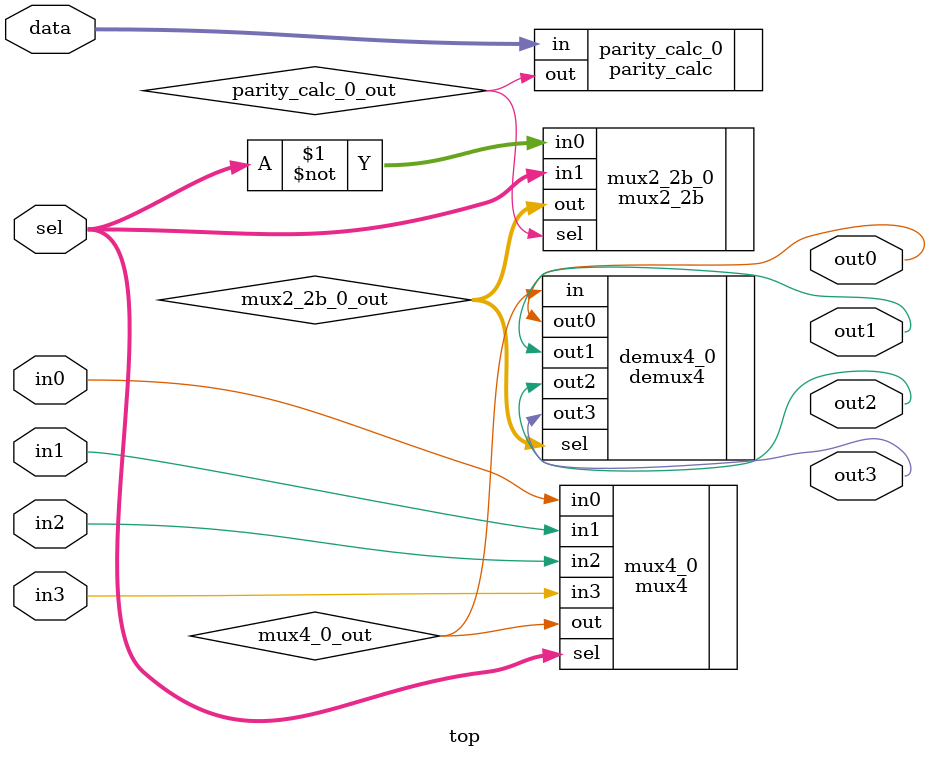
<source format=v>
`timescale 1ns / 1ps


module top( input in0,
            input in1,
            input in2,
            input in3,
            input [1:0] sel,
            input [3:0] data,
            output out0,
            output out1,
            output out2,
            output out3
    );
    wire mux4_0_out;
    wire parity_calc_0_out;
    wire [1:0] mux2_2b_0_out;
    wire out0,out1,out2,out3;
    
    
    
    mux4 mux4_0(.in0(in0),
                .in1(in1),
                .in2(in2),
                .in3(in3),
                .sel(sel),
                .out(mux4_0_out)
    );
    
    parity_calc parity_calc_0(.in(data),
                              .out(parity_calc_0_out)
    );
    
     mux2_2b mux2_2b_0(.in0(~sel),
                       .in1(sel),
                       .sel(parity_calc_0_out),
                       .out(mux2_2b_0_out)
    );
    
    demux4 demux4_0(.in(mux4_0_out),
           .sel(mux2_2b_0_out),
           .out0(out0),
           .out1(out1),
           .out2(out2),
           .out3(out3)
    );
    
endmodule

</source>
